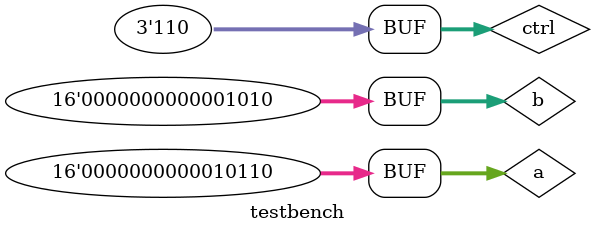
<source format=v>
module testbench();

	reg [15:0] a, b;
	reg [2:0] ctrl;
	wire [15:0] out;
	wire z;
	
	ALU ALU1(a, b, ctrl, out, z);
	
	initial begin
		ctrl = 3'b0; a = 16'd22; b = 16'd10; #10;
		if(out !== 16'd32) $display("ADD failed");
		ctrl = 3'b001;		#10;
		if(out !== 16'd12) $display("SUB failed");
		ctrl = 3'b010;		#10;
		if(out !== 16'd220) $display("MUL failed");
		ctrl = 3'b011;		#10;
		if(out !== 16'd10) $display("M8Z failed");
		ctrl = 3'b100;		#10;
		if(out !== 16'd3) $display("MOV13 failed");
		ctrl = 3'b101;		#10;
		if(out !== 16'd0) $display("MOV02 failed");
		ctrl = 3'b110;		#10;
		if(out !== 16'd0) $display("ZERO failed");
	end
endmodule
</source>
